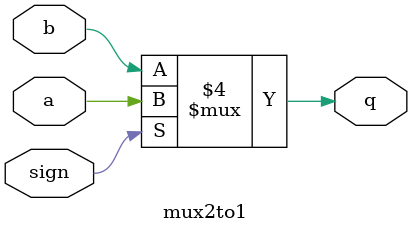
<source format=v>
`timescale 1ns / 1ps


module mux2to1(
    input a,
    input b,
    input sign,
    output reg q
    );
    always@(a,b,sign)
        if(sign==1'b1)
            q=a;
        else 
            q=b;
endmodule

</source>
